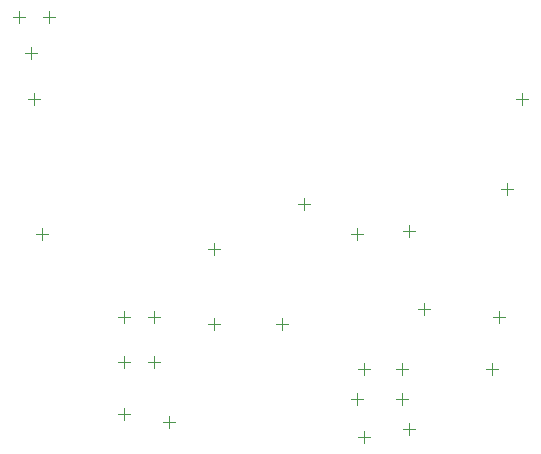
<source format=gbr>
G04*
G04 #@! TF.GenerationSoftware,Altium Limited,Altium Designer,24.0.1 (36)*
G04*
G04 Layer_Color=0*
%FSLAX25Y25*%
%MOIN*%
G70*
G04*
G04 #@! TF.SameCoordinates,852D5C1C-0582-447D-AFC5-A22B4F0E1159*
G04*
G04*
G04 #@! TF.FilePolarity,Positive*
G04*
G01*
G75*
%ADD60C,0.00394*%
D60*
X162500Y158031D02*
Y161969D01*
X160531Y160000D02*
X164469D01*
X75532Y122500D02*
X79469D01*
X77500Y120531D02*
Y124469D01*
X195000Y228031D02*
Y231968D01*
X193032Y230000D02*
X196968D01*
X140532Y117500D02*
X144468D01*
X142500Y115532D02*
Y119468D01*
X155532Y120000D02*
X159468D01*
X157500Y118032D02*
Y121968D01*
X60532Y125000D02*
X64468D01*
X62500Y123031D02*
Y126969D01*
X33031Y185000D02*
X36968D01*
X35000Y183031D02*
Y186969D01*
X70531Y157500D02*
X74468D01*
X72500Y155532D02*
Y159468D01*
X60532Y157500D02*
X64468D01*
X62500Y155532D02*
Y159468D01*
X60532Y142500D02*
X64468D01*
X62500Y140532D02*
Y144468D01*
X70531Y142500D02*
X74468D01*
X72500Y140532D02*
Y144468D01*
X92500Y153032D02*
Y156968D01*
X90531Y155000D02*
X94468D01*
X115000Y153032D02*
Y156968D01*
X113031Y155000D02*
X116969D01*
X90531Y180000D02*
X94468D01*
X92500Y178032D02*
Y181968D01*
X140000Y128032D02*
Y131968D01*
X138031Y130000D02*
X141969D01*
X142500Y138031D02*
Y141969D01*
X140532Y140000D02*
X144468D01*
X155000Y128032D02*
Y131968D01*
X153032Y130000D02*
X156968D01*
X155000Y138031D02*
Y141969D01*
X153032Y140000D02*
X156968D01*
X185000Y138031D02*
Y141969D01*
X183031Y140000D02*
X186969D01*
X185531Y157500D02*
X189469D01*
X187500Y155532D02*
Y159468D01*
X190000Y198031D02*
Y201969D01*
X188031Y200000D02*
X191969D01*
X140000Y183031D02*
Y186969D01*
X138031Y185000D02*
X141969D01*
X32500Y228031D02*
Y231968D01*
X30531Y230000D02*
X34468D01*
X35531Y257500D02*
X39469D01*
X37500Y255532D02*
Y259469D01*
X25532Y257500D02*
X29469D01*
X27500Y255532D02*
Y259469D01*
X155532Y186000D02*
X159468D01*
X157500Y184031D02*
Y187969D01*
X31500Y243531D02*
Y247468D01*
X29531Y245500D02*
X33468D01*
X120531Y195000D02*
X124469D01*
X122500Y193032D02*
Y196968D01*
M02*

</source>
